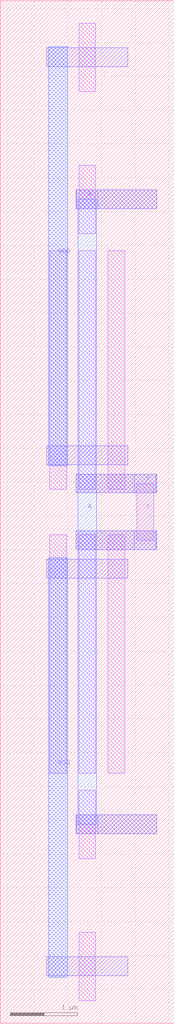
<source format=lef>
MACRO INVERTER
  ORIGIN 0 0 ;
  FOREIGN INVERTER 0 0 ;
  SIZE 2.58 BY 15.12 ;
  PIN A
    DIRECTION INOUT ;
    USE SIGNAL ;
    PORT 
      LAYER M2 ;
        RECT 1.12 2.8 2.32 3.08 ;
      LAYER M2 ;
        RECT 1.12 12.04 2.32 12.32 ;
      LAYER M2 ;
        RECT 1.13 2.8 1.45 3.08 ;
      LAYER M3 ;
        RECT 1.15 2.94 1.43 12.18 ;
      LAYER M2 ;
        RECT 1.13 12.04 1.45 12.32 ;
    END
  END A
  PIN VSS
    DIRECTION INOUT ;
    USE SIGNAL ;
    PORT 
      LAYER M3 ;
        RECT 0.72 0.68 1 6.88 ;
    END
  END VSS
  PIN VDD
    DIRECTION INOUT ;
    USE SIGNAL ;
    PORT 
      LAYER M3 ;
        RECT 0.72 8.24 1 14.44 ;
    END
  END VDD
  PIN Y
    DIRECTION INOUT ;
    USE SIGNAL ;
    PORT 
      LAYER M2 ;
        RECT 1.12 7 2.32 7.28 ;
      LAYER M2 ;
        RECT 1.12 7.84 2.32 8.12 ;
      LAYER M2 ;
        RECT 1.99 7 2.31 7.28 ;
      LAYER M1 ;
        RECT 2.025 7.14 2.275 7.98 ;
      LAYER M2 ;
        RECT 1.99 7.84 2.31 8.12 ;
    END
  END Y
  OBS 
  LAYER M1 ;
        RECT 1.165 3.695 1.415 7.225 ;
  LAYER M1 ;
        RECT 1.165 2.435 1.415 3.445 ;
  LAYER M1 ;
        RECT 1.165 0.335 1.415 1.345 ;
  LAYER M1 ;
        RECT 1.595 3.695 1.845 7.225 ;
  LAYER M1 ;
        RECT 0.735 3.695 0.985 7.225 ;
  LAYER M2 ;
        RECT 0.69 6.58 1.89 6.86 ;
  LAYER M2 ;
        RECT 0.69 0.7 1.89 0.98 ;
  LAYER M2 ;
        RECT 1.12 7 2.32 7.28 ;
  LAYER M2 ;
        RECT 1.12 2.8 2.32 3.08 ;
  LAYER M3 ;
        RECT 0.72 0.68 1 6.88 ;
  LAYER M1 ;
        RECT 1.165 7.895 1.415 11.425 ;
  LAYER M1 ;
        RECT 1.165 11.675 1.415 12.685 ;
  LAYER M1 ;
        RECT 1.165 13.775 1.415 14.785 ;
  LAYER M1 ;
        RECT 1.595 7.895 1.845 11.425 ;
  LAYER M1 ;
        RECT 0.735 7.895 0.985 11.425 ;
  LAYER M2 ;
        RECT 0.69 8.26 1.89 8.54 ;
  LAYER M2 ;
        RECT 0.69 14.14 1.89 14.42 ;
  LAYER M2 ;
        RECT 1.12 7.84 2.32 8.12 ;
  LAYER M2 ;
        RECT 1.12 12.04 2.32 12.32 ;
  LAYER M3 ;
        RECT 0.72 8.24 1 14.44 ;
  END 
END INVERTER

</source>
